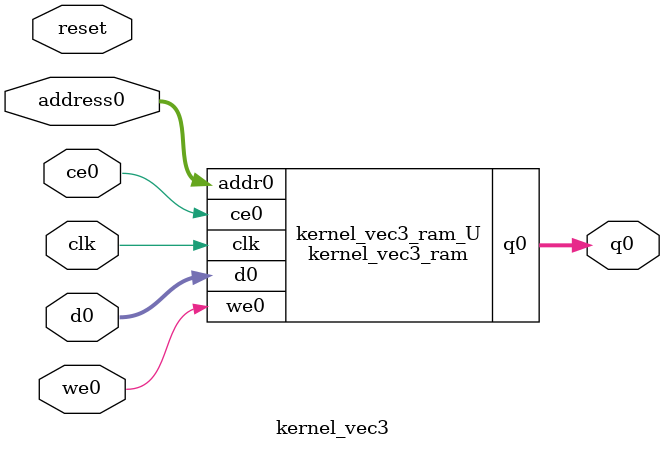
<source format=v>
`timescale 1 ns / 1 ps
module kernel_vec3_ram (addr0, ce0, d0, we0, q0,  clk);

parameter DWIDTH = 32;
parameter AWIDTH = 2;
parameter MEM_SIZE = 4;

input[AWIDTH-1:0] addr0;
input ce0;
input[DWIDTH-1:0] d0;
input we0;
output reg[DWIDTH-1:0] q0;
input clk;

(* ram_style = "distributed" *)reg [DWIDTH-1:0] ram[0:MEM_SIZE-1];




always @(posedge clk)  
begin 
    if (ce0) begin
        if (we0) 
            ram[addr0] <= d0; 
        q0 <= ram[addr0];
    end
end


endmodule

`timescale 1 ns / 1 ps
module kernel_vec3(
    reset,
    clk,
    address0,
    ce0,
    we0,
    d0,
    q0);

parameter DataWidth = 32'd32;
parameter AddressRange = 32'd4;
parameter AddressWidth = 32'd2;
input reset;
input clk;
input[AddressWidth - 1:0] address0;
input ce0;
input we0;
input[DataWidth - 1:0] d0;
output[DataWidth - 1:0] q0;



kernel_vec3_ram kernel_vec3_ram_U(
    .clk( clk ),
    .addr0( address0 ),
    .ce0( ce0 ),
    .we0( we0 ),
    .d0( d0 ),
    .q0( q0 ));

endmodule


</source>
